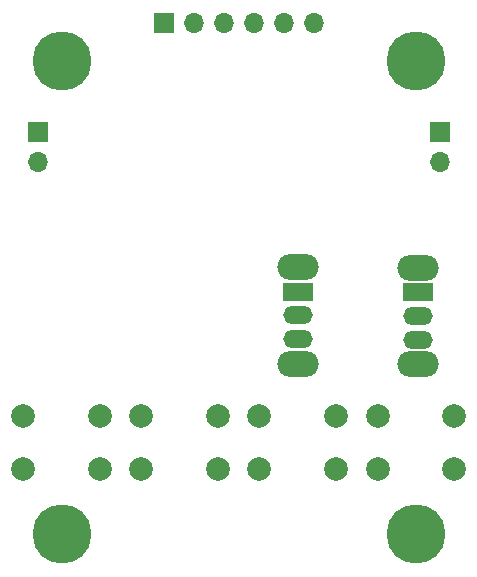
<source format=gbr>
%TF.GenerationSoftware,KiCad,Pcbnew,7.0.1-3b83917a11~172~ubuntu22.04.1*%
%TF.CreationDate,2023-04-07T18:55:38-03:00*%
%TF.ProjectId,button-debouncer,62757474-6f6e-42d6-9465-626f756e6365,rev?*%
%TF.SameCoordinates,Original*%
%TF.FileFunction,Soldermask,Bot*%
%TF.FilePolarity,Negative*%
%FSLAX46Y46*%
G04 Gerber Fmt 4.6, Leading zero omitted, Abs format (unit mm)*
G04 Created by KiCad (PCBNEW 7.0.1-3b83917a11~172~ubuntu22.04.1) date 2023-04-07 18:55:38*
%MOMM*%
%LPD*%
G01*
G04 APERTURE LIST*
%ADD10O,3.500000X2.200000*%
%ADD11R,2.500000X1.500000*%
%ADD12O,2.500000X1.500000*%
%ADD13R,1.700000X1.700000*%
%ADD14O,1.700000X1.700000*%
%ADD15C,2.000000*%
%ADD16C,5.000000*%
G04 APERTURE END LIST*
D10*
%TO.C,SW6*%
X135200000Y-72464000D03*
X135200000Y-80664000D03*
D11*
X135200000Y-74564000D03*
D12*
X135200000Y-76564000D03*
X135200000Y-78564000D03*
%TD*%
D10*
%TO.C,SW5*%
X125000000Y-72400000D03*
X125000000Y-80600000D03*
D11*
X125000000Y-74500000D03*
D12*
X125000000Y-76500000D03*
X125000000Y-78500000D03*
%TD*%
D13*
%TO.C,J3*%
X113660000Y-51800000D03*
D14*
X116200000Y-51800000D03*
X118740000Y-51800000D03*
X121280000Y-51800000D03*
X123820000Y-51800000D03*
X126360000Y-51800000D03*
%TD*%
D15*
%TO.C,SW4*%
X131750000Y-89550000D03*
X138250000Y-89550000D03*
X131750000Y-85050000D03*
X138250000Y-85050000D03*
%TD*%
%TO.C,SW3*%
X121750000Y-89550000D03*
X128250000Y-89550000D03*
X121750000Y-85050000D03*
X128250000Y-85050000D03*
%TD*%
%TO.C,SW2*%
X111750000Y-89550000D03*
X118250000Y-89550000D03*
X111750000Y-85050000D03*
X118250000Y-85050000D03*
%TD*%
%TO.C,SW1*%
X101750000Y-89550000D03*
X108250000Y-89550000D03*
X101750000Y-85050000D03*
X108250000Y-85050000D03*
%TD*%
D14*
%TO.C,J2*%
X137000000Y-63540000D03*
D13*
X137000000Y-61000000D03*
%TD*%
D14*
%TO.C,J1*%
X103000000Y-63540000D03*
D13*
X103000000Y-61000000D03*
%TD*%
D16*
%TO.C,H4*%
X135000000Y-95000000D03*
%TD*%
%TO.C,H3*%
X105000000Y-95000000D03*
%TD*%
%TO.C,H2*%
X135000000Y-55000000D03*
%TD*%
%TO.C,H1*%
X105000000Y-55000000D03*
%TD*%
M02*

</source>
